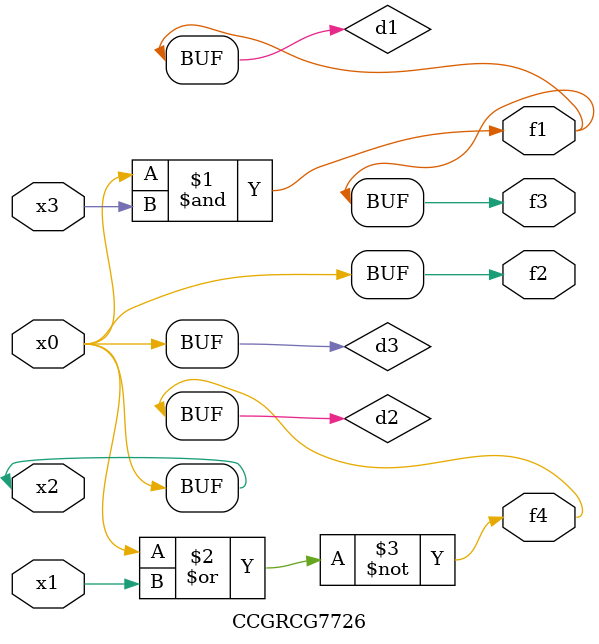
<source format=v>
module CCGRCG7726(
	input x0, x1, x2, x3,
	output f1, f2, f3, f4
);

	wire d1, d2, d3;

	and (d1, x2, x3);
	nor (d2, x0, x1);
	buf (d3, x0, x2);
	assign f1 = d1;
	assign f2 = d3;
	assign f3 = d1;
	assign f4 = d2;
endmodule

</source>
